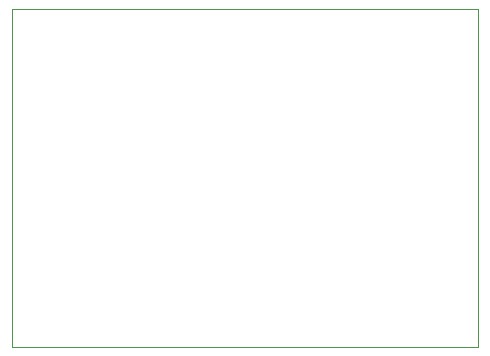
<source format=gm1>
G04 #@! TF.FileFunction,Profile,NP*
%FSLAX46Y46*%
G04 Gerber Fmt 4.6, Leading zero omitted, Abs format (unit mm)*
G04 Created by KiCad (PCBNEW 4.0.4-stable) date 03/15/17 00:52:14*
%MOMM*%
%LPD*%
G01*
G04 APERTURE LIST*
%ADD10C,0.150000*%
%ADD11C,0.100000*%
G04 APERTURE END LIST*
D10*
D11*
X316275000Y-147550000D02*
X316275000Y-147425000D01*
X276850000Y-147550000D02*
X316275000Y-147550000D01*
X276850000Y-118925000D02*
X276850000Y-147550000D01*
X316275000Y-118925000D02*
X276850000Y-118925000D01*
X316275000Y-147500000D02*
X316275000Y-118925000D01*
M02*

</source>
